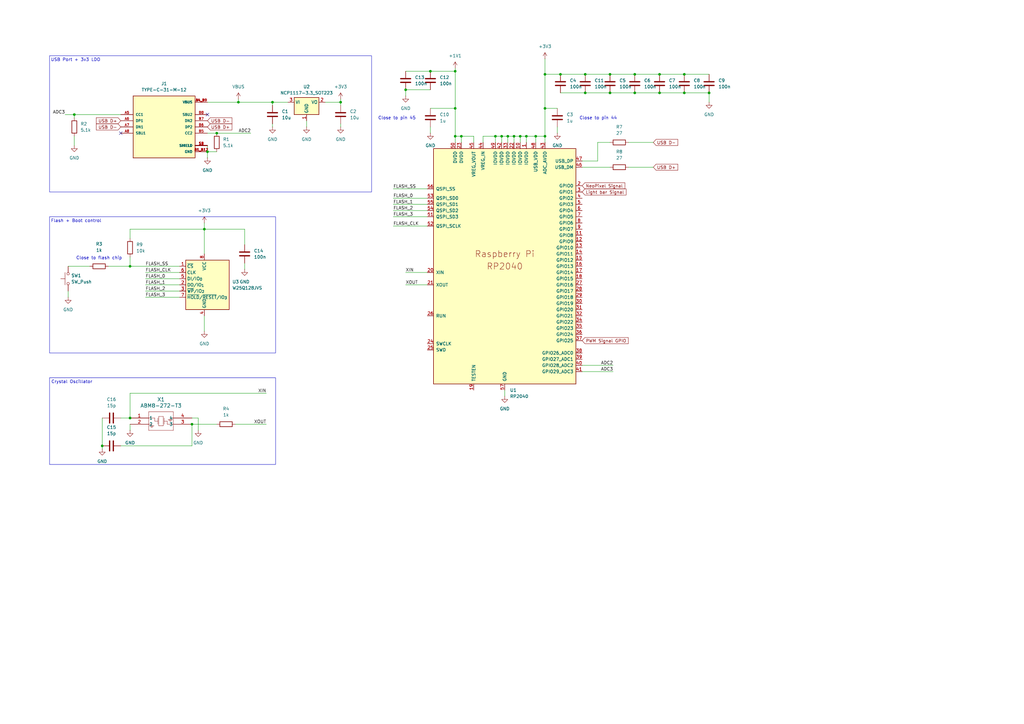
<source format=kicad_sch>
(kicad_sch (version 20250114) (generator "eeschema") (generator_version "9.0")
  (paper "A3")
  (lib_symbols
    (symbol "2025-01-15_21-49-59:ABM8-272-T3" (pin_names (offset 0.254))
      (property "Reference" "X" (at 12.7 7.62 0))
      (property "Value" "ABM8-272-T3" (at 12.7 5.08 0))
      (symbol "ABM8-272-T3_0_1"
        (polyline (pts (xy 7.62 2.54) (xy 7.62 -5.08)) (stroke (width 0.127)))
        (polyline (pts (xy 7.62 -2.54) (xy 8.89 -2.54)) (stroke (width 0.127)))
        (polyline (pts (xy 7.62 -5.08) (xy 17.78 -5.08)) (stroke (width 0.127)))
        (polyline (pts (xy 7.9375 -3.175) (xy 9.8425 -3.175)) (stroke (width 0.127)))
        (polyline (pts (xy 8.255 -3.4925) (xy 9.525 -3.4925)) (stroke (width 0.127)))
        (polyline (pts (xy 8.5725 -3.81) (xy 9.2075 -3.81)) (stroke (width 0.127)))
        (polyline (pts (xy 8.89 -2.54) (xy 8.89 -3.175)) (stroke (width 0.127)))
        (polyline (pts (xy 10.16 0) (xy 7.62 0)) (stroke (width 0.127)))
        (polyline (pts (xy 10.16 -1.27) (xy 10.16 0)) (stroke (width 0.127)))
        (polyline (pts (xy 11.43 0) (xy 11.43 -2.54)) (stroke (width 0.127)))
        (polyline (pts (xy 11.43 -1.27) (xy 10.16 -1.27)) (stroke (width 0.127)))
        (polyline (pts (xy 11.7475 0.635) (xy 11.7475 -3.175)) (stroke (width 0.127)))
        (polyline (pts (xy 11.7475 -3.175) (xy 13.6525 -3.175)) (stroke (width 0.127)))
        (polyline (pts (xy 13.6525 0.635) (xy 11.7475 0.635)) (stroke (width 0.127)))
        (polyline (pts (xy 13.6525 -3.175) (xy 13.6525 0.635)) (stroke (width 0.127)))
        (polyline (pts (xy 13.97 0) (xy 13.97 -2.54)) (stroke (width 0.127)))
        (polyline (pts (xy 13.97 -1.27) (xy 15.24 -1.27)) (stroke (width 0.127)))
        (polyline (pts (xy 15.24 -1.27) (xy 15.24 -2.54)) (stroke (width 0.127)))
        (polyline (pts (xy 15.24 -2.54) (xy 17.78 -2.54)) (stroke (width 0.127)))
        (polyline (pts (xy 16.51 0) (xy 16.51 -0.635)) (stroke (width 0.127)))
        (polyline (pts (xy 16.8275 -1.27) (xy 16.1925 -1.27)) (stroke (width 0.127)))
        (polyline (pts (xy 17.145 -0.9525) (xy 15.875 -0.9525)) (stroke (width 0.127)))
        (polyline (pts (xy 17.4625 -0.635) (xy 15.5575 -0.635)) (stroke (width 0.127)))
        (polyline (pts (xy 17.78 2.54) (xy 7.62 2.54)) (stroke (width 0.127)))
        (polyline (pts (xy 17.78 0) (xy 16.51 0)) (stroke (width 0.127)))
        (polyline (pts (xy 17.78 -5.08) (xy 17.78 2.54)) (stroke (width 0.127)))
        (pin unspecified line (at 0 0 0) (length 7.62) (name "1") (number "1"))
        (pin unspecified line (at 0 -2.54 0) (length 7.62) (name "2") (number "2"))
        (pin unspecified line (at 25.4 0 180) (length 7.62) (name "4") (number "4"))
        (pin unspecified line (at 25.4 -2.54 180) (length 7.62) (name "3") (number "3"))
      )
    )
    (symbol "Device:C" (pin_numbers (hide yes)) (pin_names (offset 0.254))
      (property "Reference" "C" (at 0.635 2.54 0))
      (property "Value" "C" (at 0.635 -2.54 0))
      (symbol "C_0_1"
        (polyline (pts (xy -2.032 0.762) (xy 2.032 0.762)) (stroke (width 0.508)))
        (polyline (pts (xy -2.032 -0.762) (xy 2.032 -0.762)) (stroke (width 0.508)))
      )
      (symbol "C_1_1"
        (pin passive line (at 0 3.81 270) (length 2.794) (name "~") (number "1"))
        (pin passive line (at 0 -3.81 90) (length 2.794) (name "~") (number "2"))
      )
    )
    (symbol "Device:R" (pin_numbers (hide yes)) (pin_names (offset 0))
      (property "Reference" "R" (at 2.032 0 90))
      (property "Value" "R" (at 0 0 90))
      (symbol "R_0_1"
        (rectangle (start -1.016 -2.54) (end 1.016 2.54) (stroke (width 0.254)))
      )
      (symbol "R_1_1"
        (pin passive line (at 0 3.81 270) (length 1.27) (name "~") (number "1"))
        (pin passive line (at 0 -3.81 90) (length 1.27) (name "~") (number "2"))
      )
    )
    (symbol "MCU_RaspberryPi_RP2040:RP2040" (pin_names (offset 1.016))
      (property "Reference" "U" (at -29.21 49.53 0))
      (property "Value" "RP2040" (at 24.13 -49.53 0))
      (symbol "RP2040_0_0"
        (text "Raspberry Pi" (at 0 5.08 0) (effects (font (size 2.54 2.54))))
        (text "RP2040" (at 0 0 0) (effects (font (size 2.54 2.54))))
      )
      (symbol "RP2040_0_1"
        (rectangle (start 29.21 48.26) (end -29.21 -48.26) (stroke (width 0.254)) (fill (type background)))
      )
      (symbol "RP2040_1_1"
        (pin bidirectional line (at -31.75 31.75 0) (length 2.54) (name "QSPI_SS") (number "56"))
        (pin bidirectional line (at -31.75 27.94 0) (length 2.54) (name "QSPI_SD0") (number "53"))
        (pin bidirectional line (at -31.75 25.4 0) (length 2.54) (name "QSPI_SD1") (number "55"))
        (pin bidirectional line (at -31.75 22.86 0) (length 2.54) (name "QSPI_SD2") (number "54"))
        (pin bidirectional line (at -31.75 20.32 0) (length 2.54) (name "QSPI_SD3") (number "51"))
        (pin output line (at -31.75 16.51 0) (length 2.54) (name "QSPI_SCLK") (number "52"))
        (pin input line (at -31.75 -2.54 0) (length 2.54) (name "XIN") (number "20"))
        (pin passive line (at -31.75 -7.62 0) (length 2.54) (name "XOUT") (number "21"))
        (pin input line (at -31.75 -20.32 0) (length 2.54) (name "RUN") (number "26"))
        (pin output line (at -31.75 -31.75 0) (length 2.54) (name "SWCLK") (number "24"))
        (pin bidirectional line (at -31.75 -34.29 0) (length 2.54) (name "SWD") (number "25"))
        (pin power_in line (at -20.32 50.8 270) (length 2.54) (name "DVDD") (number "50"))
        (pin power_in line (at -17.78 50.8 270) (length 2.54) (name "DVDD") (number "23"))
        (pin power_out line (at -12.7 50.8 270) (length 2.54) (name "VREG_VOUT") (number "45"))
        (pin passive line (at -12.7 -50.8 90) (length 2.54) (name "TESTEN") (number "19"))
        (pin power_in line (at -8.89 50.8 270) (length 2.54) (name "VREG_IN") (number "44"))
        (pin power_in line (at -3.81 50.8 270) (length 2.54) (name "IOVDD") (number "49"))
        (pin power_in line (at -1.27 50.8 270) (length 2.54) (name "IOVDD") (number "42"))
        (pin power_in line (at 0 -50.8 90) (length 2.54) (name "GND") (number "57"))
        (pin power_in line (at 1.27 50.8 270) (length 2.54) (name "IOVDD") (number "33"))
        (pin power_in line (at 3.81 50.8 270) (length 2.54) (name "IOVDD") (number "22"))
        (pin power_in line (at 6.35 50.8 270) (length 2.54) (name "IOVDD") (number "10"))
        (pin power_in line (at 8.89 50.8 270) (length 2.54) (name "IOVDD") (number "1"))
        (pin power_in line (at 12.7 50.8 270) (length 2.54) (name "USB_VDD") (number "48"))
        (pin power_in line (at 16.51 50.8 270) (length 2.54) (name "ADC_AVDD") (number "43"))
        (pin bidirectional line (at 31.75 43.18 180) (length 2.54) (name "USB_DP") (number "47"))
        (pin bidirectional line (at 31.75 40.64 180) (length 2.54) (name "USB_DM") (number "46"))
        (pin bidirectional line (at 31.75 33.02 180) (length 2.54) (name "GPIO0") (number "2"))
        (pin bidirectional line (at 31.75 30.48 180) (length 2.54) (name "GPIO1") (number "3"))
        (pin bidirectional line (at 31.75 27.94 180) (length 2.54) (name "GPIO2") (number "4"))
        (pin bidirectional line (at 31.75 25.4 180) (length 2.54) (name "GPIO3") (number "5"))
        (pin bidirectional line (at 31.75 22.86 180) (length 2.54) (name "GPIO4") (number "6"))
        (pin bidirectional line (at 31.75 20.32 180) (length 2.54) (name "GPIO5") (number "7"))
        (pin bidirectional line (at 31.75 17.78 180) (length 2.54) (name "GPIO6") (number "8"))
        (pin bidirectional line (at 31.75 15.24 180) (length 2.54) (name "GPIO7") (number "9"))
        (pin bidirectional line (at 31.75 12.7 180) (length 2.54) (name "GPIO8") (number "11"))
        (pin bidirectional line (at 31.75 10.16 180) (length 2.54) (name "GPIO9") (number "12"))
        (pin bidirectional line (at 31.75 7.62 180) (length 2.54) (name "GPIO10") (number "13"))
        (pin bidirectional line (at 31.75 5.08 180) (length 2.54) (name "GPIO11") (number "14"))
        (pin bidirectional line (at 31.75 2.54 180) (length 2.54) (name "GPIO12") (number "15"))
        (pin bidirectional line (at 31.75 0 180) (length 2.54) (name "GPIO13") (number "16"))
        (pin bidirectional line (at 31.75 -2.54 180) (length 2.54) (name "GPIO14") (number "17"))
        (pin bidirectional line (at 31.75 -5.08 180) (length 2.54) (name "GPIO15") (number "18"))
        (pin bidirectional line (at 31.75 -7.62 180) (length 2.54) (name "GPIO16") (number "27"))
        (pin bidirectional line (at 31.75 -10.16 180) (length 2.54) (name "GPIO17") (number "28"))
        (pin bidirectional line (at 31.75 -12.7 180) (length 2.54) (name "GPIO18") (number "29"))
        (pin bidirectional line (at 31.75 -15.24 180) (length 2.54) (name "GPIO19") (number "30"))
        (pin bidirectional line (at 31.75 -17.78 180) (length 2.54) (name "GPIO20") (number "31"))
        (pin bidirectional line (at 31.75 -20.32 180) (length 2.54) (name "GPIO21") (number "32"))
        (pin bidirectional line (at 31.75 -22.86 180) (length 2.54) (name "GPIO22") (number "34"))
        (pin bidirectional line (at 31.75 -25.4 180) (length 2.54) (name "GPIO23") (number "35"))
        (pin bidirectional line (at 31.75 -27.94 180) (length 2.54) (name "GPIO24") (number "36"))
        (pin bidirectional line (at 31.75 -30.48 180) (length 2.54) (name "GPIO25") (number "37"))
        (pin bidirectional line (at 31.75 -35.56 180) (length 2.54) (name "GPIO26_ADC0") (number "38"))
        (pin bidirectional line (at 31.75 -38.1 180) (length 2.54) (name "GPIO27_ADC1") (number "39"))
        (pin bidirectional line (at 31.75 -40.64 180) (length 2.54) (name "GPIO28_ADC2") (number "40"))
        (pin bidirectional line (at 31.75 -43.18 180) (length 2.54) (name "GPIO29_ADC3") (number "41"))
      )
    )
    (symbol "Memory_Flash:W25Q128JVS"
      (property "Reference" "U" (at -6.35 11.43 0))
      (property "Value" "W25Q128JVS" (at 7.62 11.43 0))
      (symbol "W25Q128JVS_0_1"
        (rectangle (start -7.62 10.16) (end 10.16 -10.16) (stroke (width 0.254)) (fill (type background)))
      )
      (symbol "W25Q128JVS_1_1"
        (pin input line (at -10.16 7.62 0) (length 2.54) (name "~{CS}") (number "1"))
        (pin input line (at -10.16 5.08 0) (length 2.54) (name "CLK") (number "6"))
        (pin bidirectional line (at -10.16 2.54 0) (length 2.54) (name "DI/IO_{0}") (number "5"))
        (pin bidirectional line (at -10.16 0 0) (length 2.54) (name "DO/IO_{1}") (number "2"))
        (pin bidirectional line (at -10.16 -2.54 0) (length 2.54) (name "~{WP}/IO_{2}") (number "3"))
        (pin bidirectional line (at -10.16 -5.08 0) (length 2.54) (name "~{HOLD}/~{RESET}/IO_{3}") (number "7"))
        (pin power_in line (at 0 12.7 270) (length 2.54) (name "VCC") (number "8"))
        (pin power_in line (at 0 -12.7 90) (length 2.54) (name "GND") (number "4"))
      )
    )
    (symbol "Regulator_Linear:NCP1117-3.3_SOT223"
      (property "Reference" "U" (at -3.81 3.175 0))
      (property "Value" "NCP1117-3.3_SOT223" (at 0 3.175 0))
      (symbol "NCP1117-3.3_SOT223_0_1"
        (rectangle (start -5.08 -5.08) (end 5.08 1.905) (stroke (width 0.254)) (fill (type background)))
      )
      (symbol "NCP1117-3.3_SOT223_1_1"
        (pin power_in line (at -7.62 0 0) (length 2.54) (name "VI") (number "3"))
        (pin power_in line (at 0 -7.62 90) (length 2.54) (name "GND") (number "1"))
        (pin power_out line (at 7.62 0 180) (length 2.54) (name "VO") (number "2"))
      )
    )
    (symbol "Switch:SW_Push" (pin_numbers (hide yes)) (pin_names (offset 1.016) (hide yes))
      (property "Reference" "SW" (at 1.27 2.54 0))
      (property "Value" "SW_Push" (at 0 -1.524 0))
      (symbol "SW_Push_0_1"
        (circle (center -2.032 0) (radius 0.508))
        (polyline (pts (xy 0 1.27) (xy 0 3.048)))
        (circle (center 2.032 0) (radius 0.508))
        (polyline (pts (xy 2.54 1.27) (xy -2.54 1.27)))
        (pin passive line (at -5.08 0 0) (length 2.54) (name "1") (number "1"))
        (pin passive line (at 5.08 0 180) (length 2.54) (name "2") (number "2"))
      )
    )
    (symbol "TYPE-C-31-M-12:TYPE-C-31-M-12" (pin_names (offset 1.016))
      (property "Reference" "J" (at -12.7 13.462 0))
      (property "Value" "TYPE-C-31-M-12" (at -12.7 -13.462 0))
      (symbol "TYPE-C-31-M-12_0_0"
        (rectangle (start -12.7 -12.7) (end 12.7 12.7) (stroke (width 0.254)) (fill (type background)))
        (pin bidirectional line (at -17.78 5.08 0) (length 5.08) (name "CC1") (number "A5"))
        (pin bidirectional line (at -17.78 2.54 0) (length 5.08) (name "DP1") (number "A6"))
        (pin bidirectional line (at -17.78 0 0) (length 5.08) (name "DN1") (number "A7"))
        (pin bidirectional line (at -17.78 -2.54 0) (length 5.08) (name "SBU1") (number "A8"))
        (pin power_in line (at 17.78 10.16 180) (length 5.08) (name "VBUS") (number "A4_B9"))
        (pin power_in line (at 17.78 10.16 180) (length 5.08) (name "VBUS") (number "B4_A9"))
        (pin bidirectional line (at 17.78 5.08 180) (length 5.08) (name "SBU2") (number "B8"))
        (pin bidirectional line (at 17.78 2.54 180) (length 5.08) (name "DN2") (number "B7"))
        (pin bidirectional line (at 17.78 0 180) (length 5.08) (name "DP2") (number "B6"))
        (pin bidirectional line (at 17.78 -2.54 180) (length 5.08) (name "CC2") (number "B5"))
        (pin passive line (at 17.78 -7.62 180) (length 5.08) (name "SHIELD") (number "S1"))
        (pin passive line (at 17.78 -7.62 180) (length 5.08) (name "SHIELD") (number "S2"))
        (pin passive line (at 17.78 -7.62 180) (length 5.08) (name "SHIELD") (number "S3"))
        (pin passive line (at 17.78 -7.62 180) (length 5.08) (name "SHIELD") (number "S4"))
        (pin power_in line (at 17.78 -10.16 180) (length 5.08) (name "GND") (number "A1_B12"))
        (pin power_in line (at 17.78 -10.16 180) (length 5.08) (name "GND") (number "B1_A12"))
      )
    )
    (symbol "power:+1V1" (power) (pin_numbers (hide yes)) (pin_names (offset 0) (hide yes))
      (property "Value" "+1V1" (at 0 3.556 0))
      (symbol "+1V1_0_1"
        (polyline (pts (xy -0.762 1.27) (xy 0 2.54)))
        (polyline (pts (xy 0 2.54) (xy 0.762 1.27)))
        (polyline (pts (xy 0 0) (xy 0 2.54)))
      )
      (symbol "+1V1_1_1"
        (pin power_in line (at 0 0 90) (length 0) (name "~") (number "1"))
      )
    )
    (symbol "power:+3V3" (power) (pin_numbers (hide yes)) (pin_names (offset 0) (hide yes))
      (property "Value" "+3V3" (at 0 3.556 0))
      (symbol "+3V3_0_1"
        (polyline (pts (xy -0.762 1.27) (xy 0 2.54)))
        (polyline (pts (xy 0 2.54) (xy 0.762 1.27)))
        (polyline (pts (xy 0 0) (xy 0 2.54)))
      )
      (symbol "+3V3_1_1"
        (pin power_in line (at 0 0 90) (length 0) (name "~") (number "1"))
      )
    )
    (symbol "power:GND" (power) (pin_numbers (hide yes)) (pin_names (offset 0) (hide yes))
      (property "Value" "GND" (at 0 -3.81 0))
      (symbol "GND_0_1"
        (polyline (pts (xy 0 0) (xy 0 -1.27) (xy 1.27 -1.27) (xy 0 -2.54) (xy -1.27 -1.27) (xy 0 -1.27)))
      )
      (symbol "GND_1_1"
        (pin power_in line (at 0 0 270) (length 0) (name "~") (number "1"))
      )
    )
    (symbol "power:VBUS" (power) (pin_numbers (hide yes)) (pin_names (offset 0) (hide yes))
      (property "Value" "VBUS" (at 0 3.556 0))
      (symbol "VBUS_0_1"
        (polyline (pts (xy -0.762 1.27) (xy 0 2.54)))
        (polyline (pts (xy 0 2.54) (xy 0.762 1.27)))
        (polyline (pts (xy 0 0) (xy 0 2.54)))
      )
      (symbol "VBUS_1_1"
        (pin power_in line (at 0 0 90) (length 0) (name "~") (number "1"))
      )
    )
  )
  (rectangle (start 20.32 154.94) (end 113.03 190.5))
  (rectangle (start 20.32 22.86) (end 152.4 78.74))
  (rectangle (start 20.32 88.9) (end 113.03 144.78))
  (text "USB Port + 3v3 LDO" (at 30.988 24.638 0) (effects (font (size 1.27 1.27))))
  (text "Close to pin 45" (at 162.814 48.514 0) (effects (font (size 1.27 1.27))))
  (text "Close to flash chip" (at 40.64 105.918 0) (effects (font (size 1.27 1.27))))
  (text "Crystal Oscillator" (at 29.464 156.718 0) (effects (font (size 1.27 1.27))))
  (text "Flash + Boot control" (at 31.242 90.678 0) (effects (font (size 1.27 1.27))))
  (text "Close to pin 44" (at 245.364 48.514 0) (effects (font (size 1.27 1.27))))
  (junction (at 270.51 38.1))
  (junction (at 85.09 62.23))
  (junction (at 139.7 41.91))
  (junction (at 270.51 30.48))
  (junction (at 290.83 38.1))
  (junction (at 186.69 29.21))
  (junction (at 111.76 41.91))
  (junction (at 97.79 41.91))
  (junction (at 260.35 38.1))
  (junction (at 260.35 30.48))
  (junction (at 213.36 55.88))
  (junction (at 53.34 171.45))
  (junction (at 250.19 30.48))
  (junction (at 189.23 55.88))
  (junction (at 166.37 36.83))
  (junction (at 280.67 38.1))
  (junction (at 41.91 182.88))
  (junction (at 215.9 55.88))
  (junction (at 88.9 54.61))
  (junction (at 223.52 55.88))
  (junction (at 186.69 44.45))
  (junction (at 250.19 38.1))
  (junction (at 83.82 93.98))
  (junction (at 203.2 55.88))
  (junction (at 208.28 55.88))
  (junction (at 30.48 46.99))
  (junction (at 219.71 55.88))
  (junction (at 240.03 30.48))
  (junction (at 223.52 44.45))
  (junction (at 210.82 55.88))
  (junction (at 223.52 30.48))
  (junction (at 205.74 55.88))
  (junction (at 53.34 109.22))
  (junction (at 280.67 30.48))
  (junction (at 229.87 30.48))
  (junction (at 78.74 173.99))
  (junction (at 176.53 29.21))
  (junction (at 186.69 55.88))
  (junction (at 240.03 38.1))
  (no_connect (at 85.09 46.99))
  (no_connect (at 49.53 54.61))
  (wire (pts (xy 223.52 55.88) (xy 223.52 44.45)))
  (wire (pts (xy 161.29 83.82) (xy 175.26 83.82)))
  (wire (pts (xy 83.82 93.98) (xy 83.82 104.14)))
  (wire (pts (xy 83.82 91.44) (xy 83.82 93.98)))
  (wire (pts (xy 139.7 52.07) (xy 139.7 50.8)))
  (wire (pts (xy 83.82 93.98) (xy 53.34 93.98)))
  (wire (pts (xy 257.81 58.42) (xy 267.97 58.42)))
  (wire (pts (xy 139.7 40.64) (xy 139.7 41.91)))
  (wire (pts (xy 205.74 55.88) (xy 205.74 58.42)))
  (wire (pts (xy 78.74 173.99) (xy 78.74 182.88)))
  (wire (pts (xy 229.87 30.48) (xy 240.03 30.48)))
  (wire (pts (xy 228.6 52.07) (xy 228.6 54.61)))
  (wire (pts (xy 83.82 129.54) (xy 83.82 135.89)))
  (wire (pts (xy 78.74 173.99) (xy 88.9 173.99)))
  (wire (pts (xy 270.51 30.48) (xy 280.67 30.48)))
  (wire (pts (xy 85.09 54.61) (xy 88.9 54.61)))
  (wire (pts (xy 223.52 55.88) (xy 223.52 58.42)))
  (wire (pts (xy 203.2 55.88) (xy 205.74 55.88)))
  (wire (pts (xy 81.28 171.45) (xy 81.28 176.53)))
  (wire (pts (xy 161.29 86.36) (xy 175.26 86.36)))
  (wire (pts (xy 27.94 109.22) (xy 36.83 109.22)))
  (wire (pts (xy 219.71 55.88) (xy 219.71 58.42)))
  (wire (pts (xy 53.34 173.99) (xy 53.34 176.53)))
  (wire (pts (xy 59.69 121.92) (xy 73.66 121.92)))
  (wire (pts (xy 26.67 46.99) (xy 30.48 46.99)))
  (wire (pts (xy 85.09 59.69) (xy 85.09 62.23)))
  (wire (pts (xy 257.81 68.58) (xy 267.97 68.58)))
  (wire (pts (xy 270.51 38.1) (xy 280.67 38.1)))
  (wire (pts (xy 53.34 161.29) (xy 53.34 171.45)))
  (wire (pts (xy 238.76 152.4) (xy 251.46 152.4)))
  (wire (pts (xy 229.87 38.1) (xy 240.03 38.1)))
  (wire (pts (xy 194.31 58.42) (xy 194.31 55.88)))
  (wire (pts (xy 161.29 77.47) (xy 175.26 77.47)))
  (wire (pts (xy 198.12 55.88) (xy 203.2 55.88)))
  (wire (pts (xy 59.69 114.3) (xy 73.66 114.3)))
  (wire (pts (xy 100.33 107.95) (xy 100.33 110.49)))
  (wire (pts (xy 111.76 41.91) (xy 118.11 41.91)))
  (wire (pts (xy 53.34 93.98) (xy 53.34 97.79)))
  (wire (pts (xy 280.67 30.48) (xy 290.83 30.48)))
  (wire (pts (xy 139.7 41.91) (xy 139.7 43.18)))
  (wire (pts (xy 53.34 105.41) (xy 53.34 109.22)))
  (wire (pts (xy 111.76 43.18) (xy 111.76 41.91)))
  (wire (pts (xy 111.76 52.07) (xy 111.76 50.8)))
  (wire (pts (xy 210.82 55.88) (xy 210.82 58.42)))
  (wire (pts (xy 189.23 55.88) (xy 189.23 58.42)))
  (wire (pts (xy 59.69 116.84) (xy 73.66 116.84)))
  (wire (pts (xy 260.35 30.48) (xy 270.51 30.48)))
  (wire (pts (xy 59.69 119.38) (xy 73.66 119.38)))
  (wire (pts (xy 260.35 38.1) (xy 270.51 38.1)))
  (wire (pts (xy 240.03 38.1) (xy 250.19 38.1)))
  (wire (pts (xy 161.29 81.28) (xy 175.26 81.28)))
  (wire (pts (xy 205.74 55.88) (xy 208.28 55.88)))
  (wire (pts (xy 161.29 92.71) (xy 175.26 92.71)))
  (wire (pts (xy 290.83 38.1) (xy 290.83 41.91)))
  (wire (pts (xy 166.37 36.83) (xy 166.37 39.37)))
  (wire (pts (xy 186.69 44.45) (xy 186.69 55.88)))
  (wire (pts (xy 223.52 30.48) (xy 229.87 30.48)))
  (wire (pts (xy 96.52 173.99) (xy 109.22 173.99)))
  (wire (pts (xy 238.76 68.58) (xy 250.19 68.58)))
  (wire (pts (xy 78.74 182.88) (xy 49.53 182.88)))
  (wire (pts (xy 166.37 111.76) (xy 175.26 111.76)))
  (wire (pts (xy 213.36 55.88) (xy 215.9 55.88)))
  (wire (pts (xy 49.53 46.99) (xy 30.48 46.99)))
  (wire (pts (xy 223.52 30.48) (xy 223.52 44.45)))
  (wire (pts (xy 186.69 27.94) (xy 186.69 29.21)))
  (wire (pts (xy 85.09 62.23) (xy 88.9 62.23)))
  (wire (pts (xy 203.2 58.42) (xy 203.2 55.88)))
  (wire (pts (xy 44.45 109.22) (xy 53.34 109.22)))
  (wire (pts (xy 208.28 55.88) (xy 208.28 58.42)))
  (wire (pts (xy 30.48 55.88) (xy 30.48 59.69)))
  (wire (pts (xy 88.9 54.61) (xy 102.87 54.61)))
  (wire (pts (xy 280.67 38.1) (xy 290.83 38.1)))
  (wire (pts (xy 176.53 29.21) (xy 186.69 29.21)))
  (wire (pts (xy 210.82 55.88) (xy 213.36 55.88)))
  (wire (pts (xy 85.09 41.91) (xy 97.79 41.91)))
  (wire (pts (xy 83.82 93.98) (xy 100.33 93.98)))
  (wire (pts (xy 176.53 36.83) (xy 166.37 36.83)))
  (wire (pts (xy 176.53 44.45) (xy 186.69 44.45)))
  (wire (pts (xy 97.79 40.64) (xy 97.79 41.91)))
  (wire (pts (xy 78.74 171.45) (xy 81.28 171.45)))
  (wire (pts (xy 85.09 62.23) (xy 85.09 64.77)))
  (wire (pts (xy 30.48 46.99) (xy 30.48 48.26)))
  (wire (pts (xy 223.52 24.13) (xy 223.52 30.48)))
  (wire (pts (xy 97.79 41.91) (xy 111.76 41.91)))
  (wire (pts (xy 41.91 182.88) (xy 41.91 184.15)))
  (wire (pts (xy 133.35 41.91) (xy 139.7 41.91)))
  (wire (pts (xy 215.9 55.88) (xy 219.71 55.88)))
  (wire (pts (xy 189.23 55.88) (xy 186.69 55.88)))
  (wire (pts (xy 186.69 29.21) (xy 186.69 44.45)))
  (wire (pts (xy 223.52 44.45) (xy 228.6 44.45)))
  (wire (pts (xy 125.73 49.53) (xy 125.73 52.07)))
  (wire (pts (xy 166.37 116.84) (xy 175.26 116.84)))
  (wire (pts (xy 186.69 55.88) (xy 186.69 58.42)))
  (wire (pts (xy 240.03 30.48) (xy 250.19 30.48)))
  (wire (pts (xy 59.69 111.76) (xy 73.66 111.76)))
  (wire (pts (xy 245.11 58.42) (xy 245.11 66.04)))
  (wire (pts (xy 41.91 171.45) (xy 41.91 182.88)))
  (wire (pts (xy 238.76 149.86) (xy 251.46 149.86)))
  (wire (pts (xy 207.01 160.02) (xy 207.01 162.56)))
  (wire (pts (xy 213.36 55.88) (xy 213.36 58.42)))
  (wire (pts (xy 166.37 29.21) (xy 176.53 29.21)))
  (wire (pts (xy 198.12 58.42) (xy 198.12 55.88)))
  (wire (pts (xy 53.34 109.22) (xy 73.66 109.22)))
  (wire (pts (xy 219.71 55.88) (xy 223.52 55.88)))
  (wire (pts (xy 27.94 119.38) (xy 27.94 121.92)))
  (wire (pts (xy 250.19 30.48) (xy 260.35 30.48)))
  (wire (pts (xy 109.22 161.29) (xy 53.34 161.29)))
  (wire (pts (xy 100.33 93.98) (xy 100.33 100.33)))
  (wire (pts (xy 194.31 55.88) (xy 189.23 55.88)))
  (wire (pts (xy 250.19 58.42) (xy 245.11 58.42)))
  (wire (pts (xy 250.19 38.1) (xy 260.35 38.1)))
  (wire (pts (xy 49.53 171.45) (xy 53.34 171.45)))
  (wire (pts (xy 208.28 55.88) (xy 210.82 55.88)))
  (wire (pts (xy 176.53 52.07) (xy 176.53 54.61)))
  (wire (pts (xy 245.11 66.04) (xy 238.76 66.04)))
  (wire (pts (xy 161.29 88.9) (xy 175.26 88.9)))
  (wire (pts (xy 215.9 55.88) (xy 215.9 58.42)))
  (label "ADC3" (at 26.67 46.99 180))
  (label "FLASH_SS" (at 59.69 109.22 0))
  (label "FLASH_1" (at 59.69 116.84 0))
  (label "FLASH_1" (at 161.29 83.82 0))
  (label "FLASH_0" (at 59.69 114.3 0))
  (label "FLASH_3" (at 161.29 88.9 0))
  (label "FLASH_CLK" (at 161.29 92.71 0))
  (label "XOUT" (at 166.37 116.84 0))
  (label "ADC2" (at 102.87 54.61 180))
  (label "XIN" (at 166.37 111.76 0))
  (label "ADC3" (at 251.46 152.4 180))
  (label "XIN" (at 109.22 161.29 180))
  (label "FLASH_2" (at 161.29 86.36 0))
  (label "XOUT" (at 109.22 173.99 180))
  (label "FLASH_2" (at 59.69 119.38 0))
  (label "ADC2" (at 251.46 149.86 180))
  (label "FLASH_SS" (at 161.29 77.47 0))
  (label "FLASH_3" (at 59.69 121.92 0))
  (label "FLASH_0" (at 161.29 81.28 0))
  (label "FLASH_CLK" (at 59.69 111.76 0))
  (global_label "USB D-" (shape input) (at 85.09 49.53 0) (property "Intersheetrefs" "${INTERSHEET_REFS}" (effects (hide yes))))
  (global_label "Light bar Signal" (shape input) (at 238.76 78.74 0) (property "Intersheetrefs" "${INTERSHEET_REFS}" (effects (hide yes))))
  (global_label "USB D+" (shape input) (at 49.53 49.53 180) (property "Intersheetrefs" "${INTERSHEET_REFS}" (effects (hide yes))))
  (global_label "USB D+" (shape input) (at 267.97 68.58 0) (property "Intersheetrefs" "${INTERSHEET_REFS}" (effects (hide yes))))
  (global_label "USB D-" (shape input) (at 267.97 58.42 0) (property "Intersheetrefs" "${INTERSHEET_REFS}" (effects (hide yes))))
  (global_label "PWM Signal GPIO" (shape input) (at 238.76 139.7 0) (property "Intersheetrefs" "${INTERSHEET_REFS}" (effects (hide yes))))
  (global_label "NeoPixel Signal" (shape input) (at 238.76 76.2 0) (property "Intersheetrefs" "${INTERSHEET_REFS}" (effects (hide yes))))
  (global_label "USB D-" (shape input) (at 49.53 52.07 180) (property "Intersheetrefs" "${INTERSHEET_REFS}" (effects (hide yes))))
  (global_label "USB D+" (shape input) (at 85.09 52.07 0) (property "Intersheetrefs" "${INTERSHEET_REFS}" (effects (hide yes))))
  (symbol (lib_id "Device:C") (at 260.35 34.29 0) (unit 1)
    (property "Reference" "C6" (at 264.16 33.0199 0) (effects (justify left)))
    (property "Value" "100n" (at 264.16 35.5599 0) (effects (justify left)))
    (property "Footprint" "Capacitor_SMD:C_0402_1005Metric" (effects (hide yes)))
    (property "Description" "Unpolarized capacitor" (effects (hide yes)))
  )
  (symbol (lib_id "power:GND") (at 166.37 39.37 0) (unit 1)
    (property "Reference" "#PWR013" (effects (hide yes)))
    (property "Value" "GND" (at 166.37 44.45 0))
    (property "Description" "Power symbol creates a global label with name \"GND\" , ground" (effects (hide yes)))
  )
  (symbol (lib_id "Device:C") (at 166.37 33.02 0) (unit 1)
    (property "Reference" "C13" (at 170.18 31.7499 0) (effects (justify left)))
    (property "Value" "100n" (at 170.18 34.2899 0) (effects (justify left)))
    (property "Footprint" "Capacitor_SMD:C_0402_1005Metric" (effects (hide yes)))
    (property "Description" "Unpolarized capacitor" (effects (hide yes)))
  )
  (symbol (lib_id "power:GND") (at 228.6 54.61 0) (unit 1)
    (property "Reference" "#PWR08" (effects (hide yes)))
    (property "Value" "GND" (at 228.6 59.69 0))
    (property "Description" "Power symbol creates a global label with name \"GND\" , ground" (effects (hide yes)))
  )
  (symbol (lib_id "power:+3V3") (at -10.16 46.99 0) (unit 1)
    (property "Reference" "#PWR014" (effects (hide yes)))
    (property "Value" "+3V3" (at -10.16 41.91 0))
    (property "Description" "Power symbol creates a global label with name \"+3V3\"" (effects (hide yes)))
  )
  (symbol (lib_id "Device:R") (at 53.34 101.6 0) (unit 1)
    (property "Reference" "R9" (at 55.88 100.3299 0) (effects (justify left)))
    (property "Value" "10k" (at 55.88 102.8699 0) (effects (justify left)))
    (property "Footprint" "Resistor_SMD:R_0402_1005Metric" (effects (hide yes)))
    (property "Description" "Resistor" (effects (hide yes)))
  )
  (symbol (lib_id "power:GND") (at 100.33 110.49 0) (unit 1)
    (property "Reference" "#PWR017" (effects (hide yes)))
    (property "Value" "GND" (at 100.33 115.57 0))
    (property "Description" "Power symbol creates a global label with name \"GND\" , ground" (effects (hide yes)))
  )
  (symbol (lib_id "power:GND") (at 30.48 59.69 0) (unit 1)
    (property "Reference" "#PWR02" (effects (hide yes)))
    (property "Value" "GND" (at 30.48 64.77 0))
    (property "Description" "Power symbol creates a global label with name \"GND\" , ground" (effects (hide yes)))
  )
  (symbol (lib_id "Device:C") (at 280.67 34.29 0) (unit 1)
    (property "Reference" "C8" (at 284.48 33.0199 0) (effects (justify left)))
    (property "Value" "100n" (at 284.48 35.5599 0) (effects (justify left)))
    (property "Footprint" "Capacitor_SMD:C_0402_1005Metric" (effects (hide yes)))
    (property "Description" "Unpolarized capacitor" (effects (hide yes)))
  )
  (symbol (lib_id "Device:C") (at 45.72 182.88 90) (unit 1)
    (property "Reference" "C15" (at 45.72 175.26 90))
    (property "Value" "15p" (at 45.72 177.8 90))
    (property "Footprint" "Capacitor_SMD:C_0402_1005Metric" (effects (hide yes)))
    (property "Description" "Unpolarized capacitor" (effects (hide yes)))
  )
  (symbol (lib_id "Device:C") (at 139.7 46.99 0) (unit 1)
    (property "Reference" "C2" (at 143.51 45.7199 0) (effects (justify left)))
    (property "Value" "10u" (at 143.51 48.2599 0) (effects (justify left)))
    (property "Footprint" "Capacitor_SMD:C_0402_1005Metric" (effects (hide yes)))
    (property "Description" "Unpolarized capacitor" (effects (hide yes)))
  )
  (symbol (lib_id "power:GND") (at 85.09 64.77 0) (unit 1)
    (property "Reference" "#PWR01" (effects (hide yes)))
    (property "Value" "GND" (at 85.09 69.85 0))
    (property "Description" "Power symbol creates a global label with name \"GND\" , ground" (effects (hide yes)))
  )
  (symbol (lib_id "power:GND") (at 111.76 52.07 0) (unit 1)
    (property "Reference" "#PWR04" (effects (hide yes)))
    (property "Value" "GND" (at 111.76 57.15 0))
    (property "Description" "Power symbol creates a global label with name \"GND\" , ground" (effects (hide yes)))
  )
  (symbol (lib_id "power:GND") (at 176.53 54.61 0) (unit 1)
    (property "Reference" "#PWR012" (effects (hide yes)))
    (property "Value" "GND" (at 176.53 59.69 0))
    (property "Description" "Power symbol creates a global label with name \"GND\" , ground" (effects (hide yes)))
  )
  (symbol (lib_id "Device:C") (at 270.51 34.29 0) (unit 1)
    (property "Reference" "C7" (at 274.32 33.0199 0) (effects (justify left)))
    (property "Value" "100n" (at 274.32 35.5599 0) (effects (justify left)))
    (property "Footprint" "Capacitor_SMD:C_0402_1005Metric" (effects (hide yes)))
    (property "Description" "Unpolarized capacitor" (effects (hide yes)))
  )
  (symbol (lib_id "power:GND") (at 81.28 176.53 0) (unit 1)
    (property "Reference" "#PWR020" (effects (hide yes)))
    (property "Value" "GND" (at 81.28 181.61 0))
    (property "Description" "Power symbol creates a global label with name \"GND\" , ground" (effects (hide yes)))
  )
  (symbol (lib_id "power:GND") (at 139.7 52.07 0) (unit 1)
    (property "Reference" "#PWR07" (effects (hide yes)))
    (property "Value" "GND" (at 139.7 57.15 0))
    (property "Description" "Power symbol creates a global label with name \"GND\" , ground" (effects (hide yes)))
  )
  (symbol (lib_id "Device:R") (at 254 68.58 90) (unit 1)
    (property "Reference" "R8" (at 254 62.23 90))
    (property "Value" "27" (at 254 64.77 90))
    (property "Footprint" "Resistor_SMD:R_0402_1005Metric" (effects (hide yes)))
    (property "Description" "Resistor" (effects (hide yes)))
  )
  (symbol (lib_id "Device:R") (at 40.64 109.22 90) (unit 1)
    (property "Reference" "R3" (at 40.64 100.076 90))
    (property "Value" "1k" (at 40.64 102.616 90))
    (property "Footprint" "Resistor_SMD:R_0402_1005Metric" (effects (hide yes)))
    (property "Description" "Resistor" (effects (hide yes)))
  )
  (symbol (lib_id "Device:C") (at 290.83 34.29 0) (unit 1)
    (property "Reference" "C9" (at 294.64 33.0199 0) (effects (justify left)))
    (property "Value" "100n" (at 294.64 35.5599 0) (effects (justify left)))
    (property "Footprint" "Capacitor_SMD:C_0402_1005Metric" (effects (hide yes)))
    (property "Description" "Unpolarized capacitor" (effects (hide yes)))
  )
  (symbol (lib_id "Device:C") (at 100.33 104.14 0) (unit 1)
    (property "Reference" "C14" (at 104.14 102.8699 0) (effects (justify left)))
    (property "Value" "100n" (at 104.14 105.4099 0) (effects (justify left)))
    (property "Footprint" "Capacitor_SMD:C_0402_1005Metric" (effects (hide yes)))
    (property "Description" "Unpolarized capacitor" (effects (hide yes)))
  )
  (symbol (lib_id "power:GND") (at 83.82 135.89 0) (unit 1)
    (property "Reference" "#PWR016" (effects (hide yes)))
    (property "Value" "GND" (at 83.82 140.97 0))
    (property "Description" "Power symbol creates a global label with name \"GND\" , ground" (effects (hide yes)))
  )
  (symbol (lib_id "power:GND") (at 290.83 41.91 0) (unit 1)
    (property "Reference" "#PWR010" (effects (hide yes)))
    (property "Value" "GND" (at 290.83 46.99 0))
    (property "Description" "Power symbol creates a global label with name \"GND\" , ground" (effects (hide yes)))
  )
  (symbol (lib_id "Switch:SW_Push") (at 27.94 114.3 90) (unit 1)
    (property "Reference" "SW1" (at 29.21 113.0299 90) (effects (justify right)))
    (property "Value" "SW_Push" (at 29.21 115.5699 90) (effects (justify right)))
    (property "Footprint" "TS-1088-AR02016:SW_TS-1088_XNP-L" (effects (hide yes)))
    (property "Description" "Push button switch, generic, two pins" (effects (hide yes)))
  )
  (symbol (lib_id "Regulator_Linear:NCP1117-3.3_SOT223") (at 125.73 41.91 0) (unit 1)
    (property "Reference" "U2" (at 125.73 35.56 0))
    (property "Value" "NCP1117-3.3_SOT223" (at 125.73 38.1 0))
    (property "Footprint" "Package_TO_SOT_SMD:SOT-223-3_TabPin2" (effects (hide yes)))
    (property "Datasheet" "http://www.onsemi.com/pub_link/Collateral/NCP1117-D.PDF" (effects (hide yes)))
    (property "Description" "1A Low drop-out regulator, Fixed Output 3.3V, SOT-223" (effects (hide yes)))
  )
  (symbol (lib_id "Device:C") (at 250.19 34.29 0) (unit 1)
    (property "Reference" "C5" (at 254 33.0199 0) (effects (justify left)))
    (property "Value" "100n" (at 254 35.5599 0) (effects (justify left)))
    (property "Footprint" "Capacitor_SMD:C_0402_1005Metric" (effects (hide yes)))
    (property "Description" "Unpolarized capacitor" (effects (hide yes)))
  )
  (symbol (lib_id "power:GND") (at 207.01 162.56 0) (unit 1)
    (property "Reference" "#PWR026" (effects (hide yes)))
    (property "Value" "GND" (at 207.01 167.64 0))
    (property "Description" "Power symbol creates a global label with name \"GND\" , ground" (effects (hide yes)))
  )
  (symbol (lib_id "Device:C") (at 111.76 46.99 0) (unit 1)
    (property "Reference" "C1" (at 115.57 45.7199 0) (effects (justify left)))
    (property "Value" "10u" (at 115.57 48.2599 0) (effects (justify left)))
    (property "Footprint" "Capacitor_SMD:C_0402_1005Metric" (effects (hide yes)))
    (property "Description" "Unpolarized capacitor" (effects (hide yes)))
  )
  (symbol (lib_id "Device:R") (at 30.48 52.07 0) (unit 1)
    (property "Reference" "R2" (at 33.02 50.7999 0) (effects (justify left)))
    (property "Value" "5.1k" (at 33.02 53.3399 0) (effects (justify left)))
    (property "Footprint" "Resistor_SMD:R_0402_1005Metric" (effects (hide yes)))
    (property "Description" "Resistor" (effects (hide yes)))
  )
  (symbol (lib_id "power:+3V3") (at 223.52 24.13 0) (unit 1)
    (property "Reference" "#PWR09" (effects (hide yes)))
    (property "Value" "+3V3" (at 223.52 19.05 0))
    (property "Description" "Power symbol creates a global label with name \"+3V3\"" (effects (hide yes)))
  )
  (symbol (lib_id "Device:R") (at 92.71 173.99 90) (unit 1)
    (property "Reference" "R4" (at 92.71 167.64 90))
    (property "Value" "1k" (at 92.71 170.18 90))
    (property "Footprint" "Resistor_SMD:R_0402_1005Metric" (effects (hide yes)))
    (property "Description" "Resistor" (effects (hide yes)))
  )
  (symbol (lib_id "Device:C") (at 229.87 34.29 0) (unit 1)
    (property "Reference" "C4" (at 233.68 33.0199 0) (effects (justify left)))
    (property "Value" "100n" (at 233.68 35.5599 0) (effects (justify left)))
    (property "Footprint" "Capacitor_SMD:C_0402_1005Metric" (effects (hide yes)))
    (property "Description" "Unpolarized capacitor" (effects (hide yes)))
  )
  (symbol (lib_id "Device:C") (at 240.03 34.29 0) (unit 1)
    (property "Reference" "C11" (at 243.84 33.0199 0) (effects (justify left)))
    (property "Value" "100n" (at 243.84 35.5599 0) (effects (justify left)))
    (property "Footprint" "Capacitor_SMD:C_0402_1005Metric" (effects (hide yes)))
    (property "Description" "Unpolarized capacitor" (effects (hide yes)))
  )
  (symbol (lib_id "power:+3V3") (at 83.82 91.44 0) (unit 1)
    (property "Reference" "#PWR015" (effects (hide yes)))
    (property "Value" "+3V3" (at 83.82 86.36 0))
    (property "Description" "Power symbol creates a global label with name \"+3V3\"" (effects (hide yes)))
  )
  (symbol (lib_id "power:GND") (at 125.73 52.07 0) (unit 1)
    (property "Reference" "#PWR06" (effects (hide yes)))
    (property "Value" "GND" (at 125.73 57.15 0))
    (property "Description" "Power symbol creates a global label with name \"GND\" , ground" (effects (hide yes)))
  )
  (symbol (lib_id "MCU_RaspberryPi_RP2040:RP2040") (at 207.01 109.22 0) (unit 1)
    (property "Reference" "U1" (at 209.1533 160.02 0) (effects (justify left)))
    (property "Value" "RP2040" (at 209.1533 162.56 0) (effects (justify left)))
    (property "Footprint" "RP2040_minimal_r2:RP2040-QFN-56" (effects (hide yes)))
  )
  (symbol (lib_id "Device:C") (at 45.72 171.45 90) (unit 1)
    (property "Reference" "C16" (at 45.72 163.83 90))
    (property "Value" "15p" (at 45.72 166.37 90))
    (property "Footprint" "Capacitor_SMD:C_0402_1005Metric" (effects (hide yes)))
    (property "Description" "Unpolarized capacitor" (effects (hide yes)))
  )
  (symbol (lib_id "power:GND") (at 41.91 184.15 0) (unit 1)
    (property "Reference" "#PWR021" (effects (hide yes)))
    (property "Value" "GND" (at 41.91 189.23 0))
    (property "Description" "Power symbol creates a global label with name \"GND\" , ground" (effects (hide yes)))
  )
  (symbol (lib_id "Device:R") (at 88.9 58.42 0) (unit 1)
    (property "Reference" "R1" (at 91.44 57.1499 0) (effects (justify left)))
    (property "Value" "5.1k" (at 91.44 59.6899 0) (effects (justify left)))
    (property "Footprint" "Resistor_SMD:R_0402_1005Metric" (effects (hide yes)))
    (property "Description" "Resistor" (effects (hide yes)))
  )
  (symbol (lib_id "power:VBUS") (at 97.79 40.64 0) (unit 1)
    (property "Reference" "#PWR03" (effects (hide yes)))
    (property "Value" "VBUS" (at 97.79 35.56 0))
    (property "Description" "Power symbol creates a global label with name \"VBUS\"" (effects (hide yes)))
  )
  (symbol (lib_id "Device:C") (at 228.6 48.26 0) (unit 1)
    (property "Reference" "C3" (at 232.41 46.9899 0) (effects (justify left)))
    (property "Value" "1u" (at 232.41 49.5299 0) (effects (justify left)))
    (property "Footprint" "Capacitor_SMD:C_0402_1005Metric" (effects (hide yes)))
    (property "Description" "Unpolarized capacitor" (effects (hide yes)))
  )
  (symbol (lib_id "Memory_Flash:W25Q128JVS") (at 83.82 116.84 0) (unit 1)
    (property "Reference" "U3" (at 95.25 115.5699 0) (effects (justify left)))
    (property "Value" "W25Q128JVS" (at 95.25 118.1099 0) (effects (justify left)))
    (property "Footprint" "Package_SO:SOIC-8_5.3x5.3mm_P1.27mm" (effects (hide yes)))
    (property "Datasheet" "https://www.winbond.com/resource-files/w25q128jv_dtr%20revc%2003272018%20plus.pdf" (effects (hide yes)))
    (property "Description" "128Mbit / 16MiB Serial Flash Memory, Standard/Dual/Quad SPI, 2.7-3.6V, SOIC-8" (effects (hide yes)))
  )
  (symbol (lib_id "Device:C") (at 176.53 48.26 0) (unit 1)
    (property "Reference" "C10" (at 180.34 46.9899 0) (effects (justify left)))
    (property "Value" "1u" (at 180.34 49.5299 0) (effects (justify left)))
    (property "Footprint" "Capacitor_SMD:C_0402_1005Metric" (effects (hide yes)))
    (property "Description" "Unpolarized capacitor" (effects (hide yes)))
  )
  (symbol (lib_id "power:GND") (at 27.94 121.92 0) (unit 1)
    (property "Reference" "#PWR018" (effects (hide yes)))
    (property "Value" "GND" (at 27.94 127 0))
    (property "Description" "Power symbol creates a global label with name \"GND\" , ground" (effects (hide yes)))
  )
  (symbol (lib_id "Device:C") (at 176.53 33.02 0) (unit 1)
    (property "Reference" "C12" (at 180.34 31.7499 0) (effects (justify left)))
    (property "Value" "100n" (at 180.34 34.2899 0) (effects (justify left)))
    (property "Footprint" "Capacitor_SMD:C_0402_1005Metric" (effects (hide yes)))
    (property "Description" "Unpolarized capacitor" (effects (hide yes)))
  )
  (symbol (lib_id "power:GND") (at 53.34 176.53 0) (unit 1)
    (property "Reference" "#PWR019" (effects (hide yes)))
    (property "Value" "GND" (at 53.34 181.61 0))
    (property "Description" "Power symbol creates a global label with name \"GND\" , ground" (effects (hide yes)))
  )
  (symbol (lib_id "Device:R") (at 254 58.42 90) (unit 1)
    (property "Reference" "R7" (at 254 52.07 90))
    (property "Value" "27" (at 254 54.61 90))
    (property "Footprint" "Resistor_SMD:R_0402_1005Metric" (effects (hide yes)))
    (property "Description" "Resistor" (effects (hide yes)))
  )
  (symbol (lib_id "TYPE-C-31-M-12:TYPE-C-31-M-12") (at 67.31 52.07 0) (unit 1)
    (property "Reference" "J1" (at 67.31 34.29 0))
    (property "Value" "TYPE-C-31-M-12" (at 67.31 36.83 0))
    (property "Footprint" "usb-c:HRO_TYPE-C-31-M-12" (effects (hide yes)))
    (property "MF" "HRO Electronics Co., Ltd." (effects (hide yes)))
    (property "MAXIMUM_PACKAGE_HEIGHT" "3.26 mm" (effects (hide yes)))
    (property "Package" "Package" (effects (hide yes)))
    (property "Price" "None" (effects (hide yes)))
    (property "Check_prices" "https://www.snapeda.com/parts/TYPE-C-31-M-12/HRO+Electronics+Co.%252C+Ltd./view-part/?ref=eda" (effects (hide yes)))
    (property "STANDARD" "Manufacturer Recommendations" (effects (hide yes)))
    (property "PARTREV" "2020.12.08" (effects (hide yes)))
    (property "SnapEDA_Link" "https://www.snapeda.com/parts/TYPE-C-31-M-12/HRO+Electronics+Co.%252C+Ltd./view-part/?ref=snap" (effects (hide yes)))
    (property "MP" "TYPE-C-31-M-12" (effects (hide yes)))
    (property "Description_1" "USB Connectors 24 Receptacle 1 8.94*7.3mm RoHS" (effects (hide yes)))
    (property "SNAPEDA_PN" "TYPE-C-31-M-12" (effects (hide yes)))
    (property "Availability" "Not in stock" (effects (hide yes)))
    (property "MANUFACTURER" "HRO Electronics Co., Ltd." (effects (hide yes)))
  )
  (symbol (lib_id "power:+3V3") (at 139.7 40.64 0) (unit 1)
    (property "Reference" "#PWR05" (effects (hide yes)))
    (property "Value" "+3V3" (at 139.7 35.56 0))
    (property "Description" "Power symbol creates a global label with name \"+3V3\"" (effects (hide yes)))
  )
  (symbol (lib_id "power:+1V1") (at 186.69 27.94 0) (unit 1)
    (property "Reference" "#PWR011" (effects (hide yes)))
    (property "Value" "+1V1" (at 186.69 22.86 0))
    (property "Description" "Power symbol creates a global label with name \"+1V1\"" (effects (hide yes)))
  )
  (symbol (lib_id "2025-01-15_21-49-59:ABM8-272-T3") (at 53.34 171.45 0) (unit 1)
    (property "Reference" "X1" (at 66.04 163.83 0) (effects (font (size 1.524 1.524))))
    (property "Value" "ABM8-272-T3" (at 66.04 166.37 0) (effects (font (size 1.524 1.524))))
    (property "Footprint" "footprints:ABM8-272-T3_ABR" (effects (hide yes)))
    (property "Datasheet" "ABM8-272-T3" (effects (hide yes)))
  )
)
</source>
